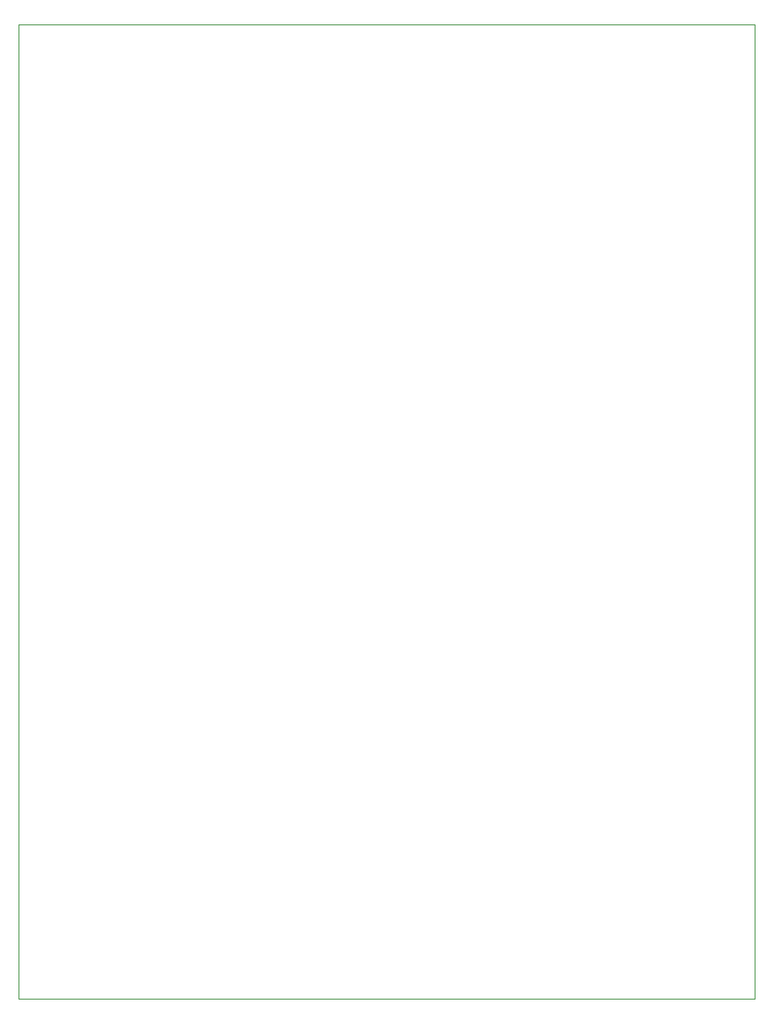
<source format=gbr>
%TF.GenerationSoftware,KiCad,Pcbnew,5.1.9-73d0e3b20d~88~ubuntu20.04.1*%
%TF.CreationDate,2021-04-01T11:15:01-04:00*%
%TF.ProjectId,ao_dc_mixer,616f5f64-635f-46d6-9978-65722e6b6963,rev?*%
%TF.SameCoordinates,Original*%
%TF.FileFunction,Profile,NP*%
%FSLAX46Y46*%
G04 Gerber Fmt 4.6, Leading zero omitted, Abs format (unit mm)*
G04 Created by KiCad (PCBNEW 5.1.9-73d0e3b20d~88~ubuntu20.04.1) date 2021-04-01 11:15:01*
%MOMM*%
%LPD*%
G01*
G04 APERTURE LIST*
%TA.AperFunction,Profile*%
%ADD10C,0.100000*%
%TD*%
G04 APERTURE END LIST*
D10*
X93000000Y-158000000D02*
X93000000Y-60080000D01*
X167000000Y-158000000D02*
X93000000Y-158000000D01*
X167000000Y-60080000D02*
X167000000Y-158000000D01*
X93000000Y-60080000D02*
X167000000Y-60080000D01*
M02*

</source>
